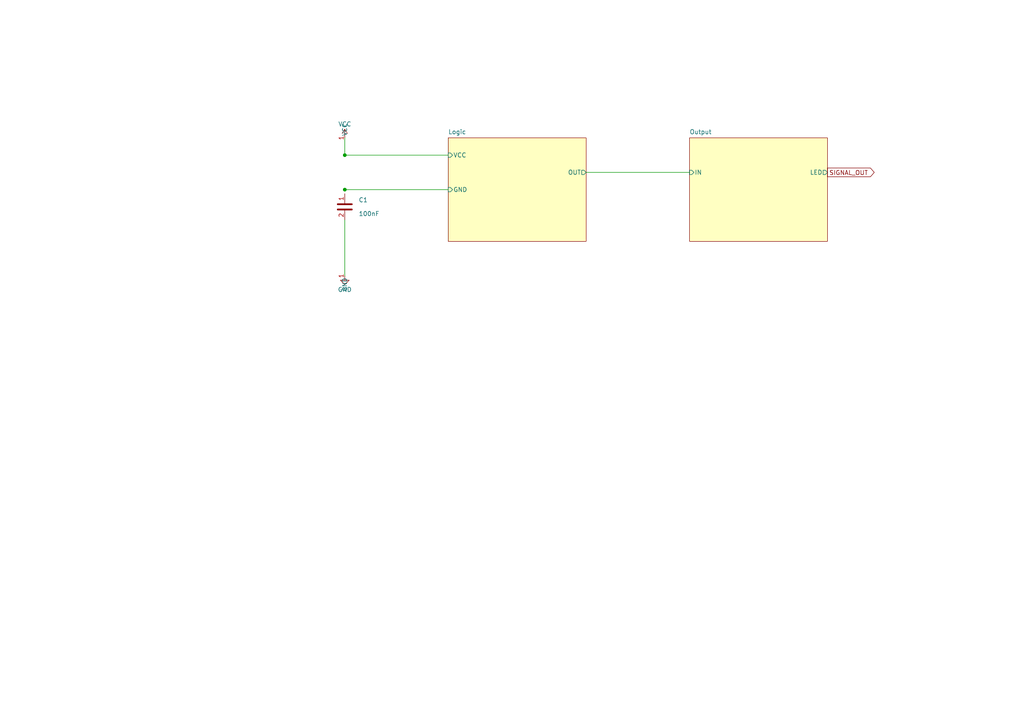
<source format=kicad_sch>
(kicad_sch (version 20231120) (generator "kicadtools_test") (generator_version "8.0")
  (paper "A4")
  (title_block (title "Hierarchical Test Design") (date "2024-12-30") (rev "1.0") (company "KiCad Tools Test") (comment 1 "Main sheet with power and sub-sheets"))
  (lib_symbols
    (symbol "power:GND"
      (symbol "GND_0_1"
        (polyline (pts (xy 0 0) (xy 0 -1.27) (xy 1.27 -1.27) (xy 0 -2.54) (xy -1.27 -1.27) (xy 0 -1.27)))
      )
      (symbol "GND_1_1"
        (pin power_in line (at 0 0 270) (length 0) (name "GND") (number "1"))
      )
    )
    (symbol "power:VCC"
      (symbol "VCC_0_1"
        (polyline (pts (xy -0.762 1.27) (xy 0 2.54)))
        (polyline (pts (xy 0 0) (xy 0 2.54)))
        (polyline (pts (xy 0 2.54) (xy 0.762 1.27)))
      )
      (symbol "VCC_1_1"
        (pin power_in line (at 0 0 90) (length 0) (name "VCC") (number "1"))
      )
    )
    (symbol "Device:C"
      (symbol "C_0_1"
        (polyline (pts (xy -2.032 -0.762) (xy 2.032 -0.762)) (stroke (width 0.508)))
        (polyline (pts (xy -2.032 0.762) (xy 2.032 0.762)) (stroke (width 0.508)))
      )
      (symbol "C_1_1"
        (pin passive line (at 0 3.81 270) (length 2.794) (name "~") (number "1"))
        (pin passive line (at 0 -3.81 90) (length 2.794) (name "~") (number "2"))
      )
    )
  )
  (symbol (lib_id "power:VCC") (at 100 40 0) (unit 1)
    (property "Reference" "#PWR01" (effects hide))
    (property "Value" "VCC" (at 100 36 0))
  )
  (symbol (lib_id "power:GND") (at 100 80 0) (unit 1)
    (property "Reference" "#PWR02" (effects hide))
    (property "Value" "GND" (at 100 84 0))
  )
  (symbol (lib_id "Device:C") (at 100 60 0) (unit 1)
    (property "Reference" "C1" (at 104 58 0) (effects (justify left)))
    (property "Value" "100nF" (at 104 62 0) (effects (justify left)))
    (property "Footprint" "Capacitor_SMD:C_0603_1608Metric" (effects hide))
  )
  (sheet (at 130 40) (size 40 30) (stroke (width 0.1524)) (fill (color 255 255 194 1.0))
    (property "Sheetname" "Logic" (at 130 39 0) (effects (justify left bottom)))
    (property "Sheetfile" "logic_subsheet.kicad_sch" (effects hide))
    (pin "VCC" input (at 130 45 180))
    (pin "GND" input (at 130 55 180))
    (pin "OUT" output (at 170 50 0))
  )
  (sheet (at 200 40) (size 40 30) (stroke (width 0.1524)) (fill (color 255 255 194 1.0))
    (property "Sheetname" "Output" (at 200 39 0) (effects (justify left bottom)))
    (property "Sheetfile" "output_subsheet.kicad_sch" (effects hide))
    (pin "IN" input (at 200 50 180))
    (pin "LED" output (at 240 50 0))
  )
  (wire (pts (xy 100 40) (xy 100 56.19)))
  (wire (pts (xy 100 63.81) (xy 100 80)))
  (wire (pts (xy 100 45) (xy 130 45)))
  (wire (pts (xy 100 55) (xy 130 55)))
  (wire (pts (xy 170 50) (xy 200 50)))
  (global_label "SIGNAL_OUT" (shape output) (at 240 50 0) (property "Intersheetrefs" "${INTERSHEET_REFS}" (effects hide)))
  (junction (at 100 45))
  (junction (at 100 55))
)
</source>
